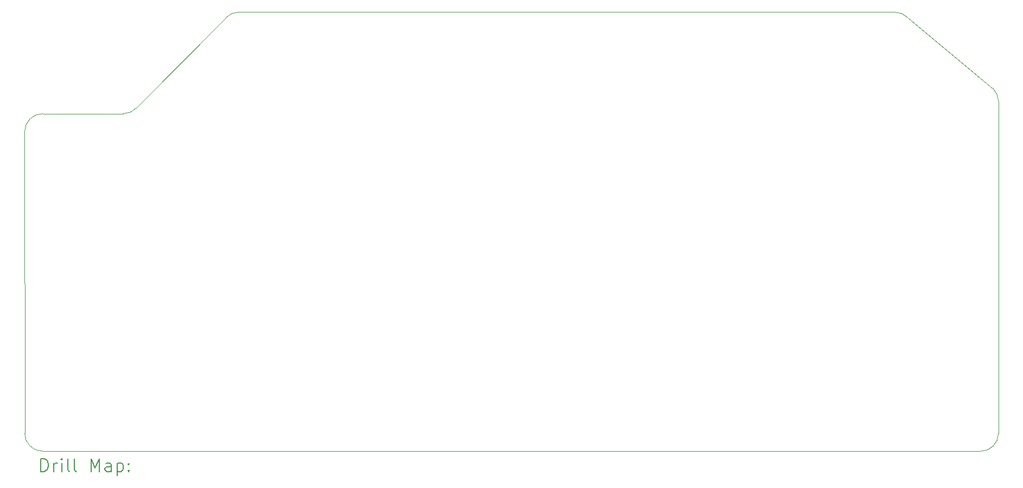
<source format=gbr>
%TF.GenerationSoftware,KiCad,Pcbnew,(6.0.10)*%
%TF.CreationDate,2024-01-08T08:39:40-08:00*%
%TF.ProjectId,windchargecontroller,77696e64-6368-4617-9267-65636f6e7472,rev?*%
%TF.SameCoordinates,Original*%
%TF.FileFunction,Drillmap*%
%TF.FilePolarity,Positive*%
%FSLAX45Y45*%
G04 Gerber Fmt 4.5, Leading zero omitted, Abs format (unit mm)*
G04 Created by KiCad (PCBNEW (6.0.10)) date 2024-01-08 08:39:40*
%MOMM*%
%LPD*%
G01*
G04 APERTURE LIST*
%ADD10C,0.100000*%
%ADD11C,0.200000*%
G04 APERTURE END LIST*
D10*
X7289619Y-9930903D02*
G75*
G03*
X7569311Y-10210591I279691J3D01*
G01*
X7289512Y-5219700D02*
X7289622Y-9930903D01*
X7569200Y-4940012D02*
G75*
G03*
X7289512Y-5219700I0J-279688D01*
G01*
X22481923Y-4749626D02*
G75*
G03*
X22400003Y-4551856I-279693J-4D01*
G01*
X7569311Y-10210591D02*
X22202028Y-10211103D01*
X21069298Y-3441702D02*
G75*
G03*
X20853494Y-3352828I-215808J-217578D01*
G01*
X10631858Y-3352926D02*
G75*
G03*
X10426700Y-3441700I2J-281454D01*
G01*
X8824639Y-4940385D02*
X7569200Y-4940012D01*
X22400003Y-4551856D02*
X21069300Y-3441700D01*
X8824639Y-4940385D02*
G75*
G03*
X9029700Y-4851400I1J280765D01*
G01*
X10426700Y-3441700D02*
X9029700Y-4851400D01*
X20853494Y-3352828D02*
X10631858Y-3352930D01*
X22202028Y-10211096D02*
G75*
G03*
X22481716Y-9931415I2J279686D01*
G01*
X22481716Y-9931415D02*
X22481921Y-4749626D01*
D11*
X7542131Y-10526579D02*
X7542131Y-10326579D01*
X7589750Y-10326579D01*
X7618321Y-10336103D01*
X7637369Y-10355151D01*
X7646892Y-10374198D01*
X7656416Y-10412294D01*
X7656416Y-10440865D01*
X7646892Y-10478960D01*
X7637369Y-10498008D01*
X7618321Y-10517055D01*
X7589750Y-10526579D01*
X7542131Y-10526579D01*
X7742131Y-10526579D02*
X7742131Y-10393246D01*
X7742131Y-10431341D02*
X7751654Y-10412294D01*
X7761178Y-10402770D01*
X7780226Y-10393246D01*
X7799273Y-10393246D01*
X7865940Y-10526579D02*
X7865940Y-10393246D01*
X7865940Y-10326579D02*
X7856416Y-10336103D01*
X7865940Y-10345627D01*
X7875464Y-10336103D01*
X7865940Y-10326579D01*
X7865940Y-10345627D01*
X7989750Y-10526579D02*
X7970702Y-10517055D01*
X7961178Y-10498008D01*
X7961178Y-10326579D01*
X8094512Y-10526579D02*
X8075464Y-10517055D01*
X8065940Y-10498008D01*
X8065940Y-10326579D01*
X8323083Y-10526579D02*
X8323083Y-10326579D01*
X8389750Y-10469436D01*
X8456416Y-10326579D01*
X8456416Y-10526579D01*
X8637369Y-10526579D02*
X8637369Y-10421817D01*
X8627845Y-10402770D01*
X8608797Y-10393246D01*
X8570702Y-10393246D01*
X8551654Y-10402770D01*
X8637369Y-10517055D02*
X8618321Y-10526579D01*
X8570702Y-10526579D01*
X8551654Y-10517055D01*
X8542131Y-10498008D01*
X8542131Y-10478960D01*
X8551654Y-10459913D01*
X8570702Y-10450389D01*
X8618321Y-10450389D01*
X8637369Y-10440865D01*
X8732607Y-10393246D02*
X8732607Y-10593246D01*
X8732607Y-10402770D02*
X8751654Y-10393246D01*
X8789750Y-10393246D01*
X8808797Y-10402770D01*
X8818321Y-10412294D01*
X8827845Y-10431341D01*
X8827845Y-10488484D01*
X8818321Y-10507532D01*
X8808797Y-10517055D01*
X8789750Y-10526579D01*
X8751654Y-10526579D01*
X8732607Y-10517055D01*
X8913559Y-10507532D02*
X8923083Y-10517055D01*
X8913559Y-10526579D01*
X8904035Y-10517055D01*
X8913559Y-10507532D01*
X8913559Y-10526579D01*
X8913559Y-10402770D02*
X8923083Y-10412294D01*
X8913559Y-10421817D01*
X8904035Y-10412294D01*
X8913559Y-10402770D01*
X8913559Y-10421817D01*
M02*

</source>
